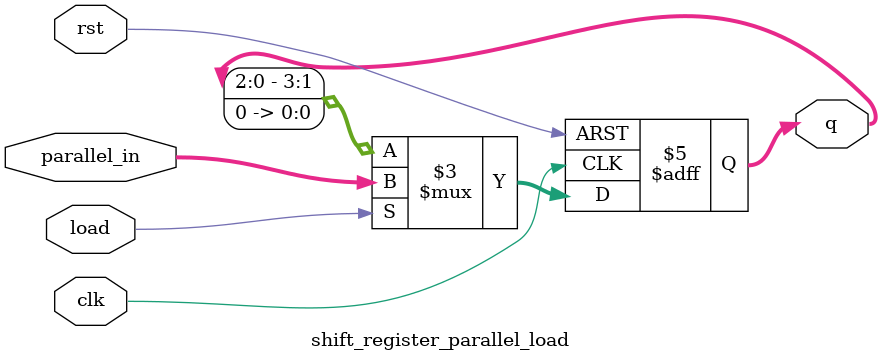
<source format=v>
module shift_register_parallel_load (
    input clk,
    input rst,
    input load,
    input [3:0] parallel_in,
    output reg [3:0] q
);
    always @(posedge clk or posedge rst) begin
        if (rst) 
            q <= 0;
        else if (load) 
            q <= parallel_in; 
        else 
            q <= {q[2:0], 1'b0}; 
    end
endmodule

</source>
